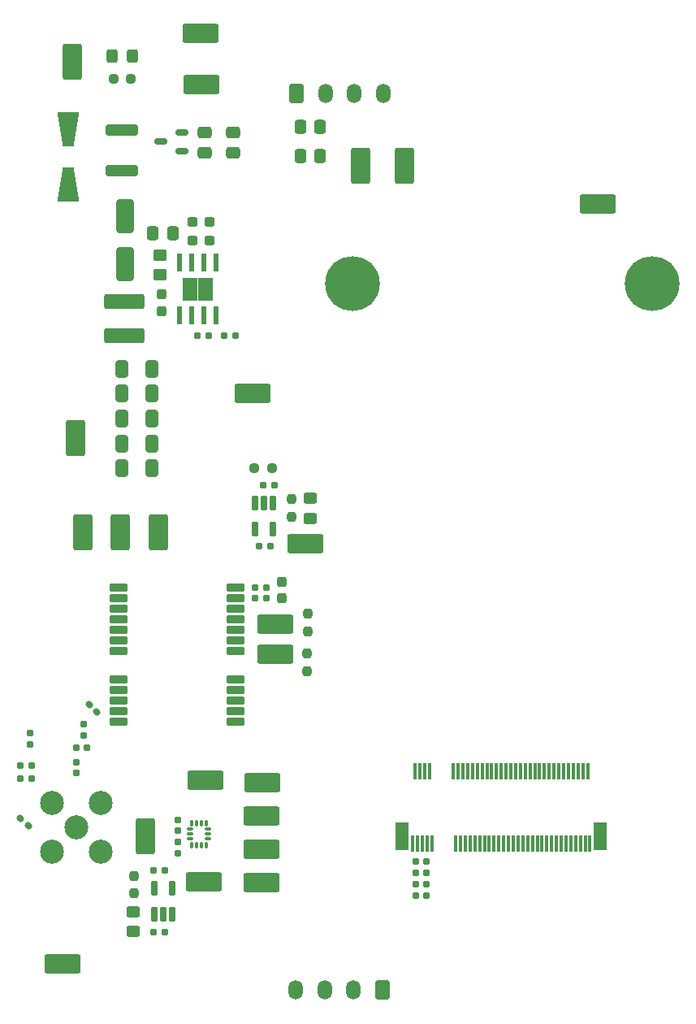
<source format=gbr>
%TF.GenerationSoftware,KiCad,Pcbnew,9.0.7*%
%TF.CreationDate,2026-02-10T22:30:16-08:00*%
%TF.ProjectId,SMU V1,534d5520-5631-42e6-9b69-6361645f7063,rev?*%
%TF.SameCoordinates,Original*%
%TF.FileFunction,Soldermask,Top*%
%TF.FilePolarity,Negative*%
%FSLAX46Y46*%
G04 Gerber Fmt 4.6, Leading zero omitted, Abs format (unit mm)*
G04 Created by KiCad (PCBNEW 9.0.7) date 2026-02-10 22:30:16*
%MOMM*%
%LPD*%
G01*
G04 APERTURE LIST*
G04 Aperture macros list*
%AMRoundRect*
0 Rectangle with rounded corners*
0 $1 Rounding radius*
0 $2 $3 $4 $5 $6 $7 $8 $9 X,Y pos of 4 corners*
0 Add a 4 corners polygon primitive as box body*
4,1,4,$2,$3,$4,$5,$6,$7,$8,$9,$2,$3,0*
0 Add four circle primitives for the rounded corners*
1,1,$1+$1,$2,$3*
1,1,$1+$1,$4,$5*
1,1,$1+$1,$6,$7*
1,1,$1+$1,$8,$9*
0 Add four rect primitives between the rounded corners*
20,1,$1+$1,$2,$3,$4,$5,0*
20,1,$1+$1,$4,$5,$6,$7,0*
20,1,$1+$1,$6,$7,$8,$9,0*
20,1,$1+$1,$8,$9,$2,$3,0*%
%AMOutline4P*
0 Free polygon, 4 corners , with rotation*
0 The origin of the aperture is its center*
0 number of corners: always 4*
0 $1 to $8 corner X, Y*
0 $9 Rotation angle, in degrees counterclockwise*
0 create outline with 4 corners*
4,1,4,$1,$2,$3,$4,$5,$6,$7,$8,$1,$2,$9*%
G04 Aperture macros list end*
%ADD10RoundRect,0.250000X1.650000X0.750000X-1.650000X0.750000X-1.650000X-0.750000X1.650000X-0.750000X0*%
%ADD11RoundRect,0.250000X-1.650000X-0.750000X1.650000X-0.750000X1.650000X0.750000X-1.650000X0.750000X0*%
%ADD12RoundRect,0.250000X0.450000X-0.325000X0.450000X0.325000X-0.450000X0.325000X-0.450000X-0.325000X0*%
%ADD13RoundRect,0.237500X-0.237500X0.250000X-0.237500X-0.250000X0.237500X-0.250000X0.237500X0.250000X0*%
%ADD14RoundRect,0.250000X0.750000X-1.650000X0.750000X1.650000X-0.750000X1.650000X-0.750000X-1.650000X0*%
%ADD15RoundRect,0.250000X-0.750000X1.650000X-0.750000X-1.650000X0.750000X-1.650000X0.750000X1.650000X0*%
%ADD16RoundRect,0.155000X-0.212500X-0.155000X0.212500X-0.155000X0.212500X0.155000X-0.212500X0.155000X0*%
%ADD17RoundRect,0.250000X-0.325000X-0.450000X0.325000X-0.450000X0.325000X0.450000X-0.325000X0.450000X0*%
%ADD18RoundRect,0.250000X0.337500X0.475000X-0.337500X0.475000X-0.337500X-0.475000X0.337500X-0.475000X0*%
%ADD19RoundRect,0.237500X0.237500X-0.250000X0.237500X0.250000X-0.237500X0.250000X-0.237500X-0.250000X0*%
%ADD20Outline4P,-1.800000X-1.150000X1.800000X-0.550000X1.800000X0.550000X-1.800000X1.150000X90.000000*%
%ADD21Outline4P,-1.800000X-1.150000X1.800000X-0.550000X1.800000X0.550000X-1.800000X1.150000X270.000000*%
%ADD22RoundRect,0.237500X-0.300000X-0.237500X0.300000X-0.237500X0.300000X0.237500X-0.300000X0.237500X0*%
%ADD23RoundRect,0.250000X-0.450000X0.350000X-0.450000X-0.350000X0.450000X-0.350000X0.450000X0.350000X0*%
%ADD24RoundRect,0.250000X-1.450000X0.312500X-1.450000X-0.312500X1.450000X-0.312500X1.450000X0.312500X0*%
%ADD25RoundRect,0.155000X0.259862X-0.040659X-0.040659X0.259862X-0.259862X0.040659X0.040659X-0.259862X0*%
%ADD26RoundRect,0.155000X0.155000X-0.212500X0.155000X0.212500X-0.155000X0.212500X-0.155000X-0.212500X0*%
%ADD27RoundRect,0.155000X0.212500X0.155000X-0.212500X0.155000X-0.212500X-0.155000X0.212500X-0.155000X0*%
%ADD28RoundRect,0.240000X-1.860000X-0.560000X1.860000X-0.560000X1.860000X0.560000X-1.860000X0.560000X0*%
%ADD29RoundRect,0.160000X0.197500X0.160000X-0.197500X0.160000X-0.197500X-0.160000X0.197500X-0.160000X0*%
%ADD30RoundRect,0.160000X-0.160000X0.197500X-0.160000X-0.197500X0.160000X-0.197500X0.160000X0.197500X0*%
%ADD31O,1.500000X2.020000*%
%ADD32RoundRect,0.250001X-0.499999X-0.759999X0.499999X-0.759999X0.499999X0.759999X-0.499999X0.759999X0*%
%ADD33RoundRect,0.155000X-0.155000X0.212500X-0.155000X-0.212500X0.155000X-0.212500X0.155000X0.212500X0*%
%ADD34RoundRect,0.237500X0.237500X-0.300000X0.237500X0.300000X-0.237500X0.300000X-0.237500X-0.300000X0*%
%ADD35RoundRect,0.250000X-0.475000X0.337500X-0.475000X-0.337500X0.475000X-0.337500X0.475000X0.337500X0*%
%ADD36C,2.502000*%
%ADD37RoundRect,0.250000X-0.412500X-0.650000X0.412500X-0.650000X0.412500X0.650000X-0.412500X0.650000X0*%
%ADD38RoundRect,0.162500X0.162500X-0.617500X0.162500X0.617500X-0.162500X0.617500X-0.162500X-0.617500X0*%
%ADD39RoundRect,0.250000X0.650000X-1.500000X0.650000X1.500000X-0.650000X1.500000X-0.650000X-1.500000X0*%
%ADD40RoundRect,0.237500X-0.250000X-0.237500X0.250000X-0.237500X0.250000X0.237500X-0.250000X0.237500X0*%
%ADD41RoundRect,0.135000X-0.815000X-0.315000X0.815000X-0.315000X0.815000X0.315000X-0.815000X0.315000X0*%
%ADD42RoundRect,0.162500X-0.162500X0.617500X-0.162500X-0.617500X0.162500X-0.617500X0.162500X0.617500X0*%
%ADD43RoundRect,0.160000X0.270468X-0.044194X-0.044194X0.270468X-0.270468X0.044194X0.044194X-0.270468X0*%
%ADD44RoundRect,0.250000X-0.337500X-0.475000X0.337500X-0.475000X0.337500X0.475000X-0.337500X0.475000X0*%
%ADD45RoundRect,0.237500X0.250000X0.237500X-0.250000X0.237500X-0.250000X-0.237500X0.250000X-0.237500X0*%
%ADD46RoundRect,0.150000X0.512500X0.150000X-0.512500X0.150000X-0.512500X-0.150000X0.512500X-0.150000X0*%
%ADD47R,1.550000X1.205000*%
%ADD48R,0.610000X1.910000*%
%ADD49RoundRect,0.250001X0.499999X0.759999X-0.499999X0.759999X-0.499999X-0.759999X0.499999X-0.759999X0*%
%ADD50RoundRect,0.102000X0.600000X1.375000X-0.600000X1.375000X-0.600000X-1.375000X0.600000X-1.375000X0*%
%ADD51C,5.702000*%
%ADD52RoundRect,0.051000X0.150000X0.775000X-0.150000X0.775000X-0.150000X-0.775000X0.150000X-0.775000X0*%
%ADD53RoundRect,0.087500X-0.087500X0.225000X-0.087500X-0.225000X0.087500X-0.225000X0.087500X0.225000X0*%
%ADD54RoundRect,0.087500X-0.225000X0.087500X-0.225000X-0.087500X0.225000X-0.087500X0.225000X0.087500X0*%
G04 APERTURE END LIST*
D10*
%TO.C,TP607*%
X66420000Y-124783334D03*
%TD*%
D11*
%TO.C,TP308*%
X65450000Y-77310001D03*
%TD*%
D12*
%TO.C,D801*%
X53032499Y-131275001D03*
X53032499Y-133324999D03*
%TD*%
D13*
%TO.C,R202*%
X71230000Y-102042500D03*
X71230000Y-100217500D03*
%TD*%
D14*
%TO.C,TP601*%
X54320000Y-123413334D03*
%TD*%
D10*
%TO.C,TP605*%
X66460000Y-117856666D03*
%TD*%
D15*
%TO.C,TP303*%
X47040000Y-81920000D03*
%TD*%
D16*
%TO.C,C802*%
X56289999Y-126990000D03*
X55154999Y-126990000D03*
%TD*%
D17*
%TO.C,D1101*%
X52895000Y-42110000D03*
X50845000Y-42110000D03*
%TD*%
D18*
%TO.C,C903*%
X55072500Y-60605002D03*
X57147500Y-60605002D03*
%TD*%
D19*
%TO.C,R701*%
X69527501Y-88314999D03*
X69527501Y-90139999D03*
%TD*%
D20*
%TO.C,TVS1101*%
X46250000Y-55520000D03*
D21*
X46250000Y-49720000D03*
%TD*%
D22*
%TO.C,C902*%
X60935002Y-61335000D03*
X59210000Y-61335000D03*
%TD*%
D14*
%TO.C,TP503*%
X47720000Y-91770000D03*
%TD*%
D23*
%TO.C,R901*%
X55800000Y-64905000D03*
X55800000Y-62905000D03*
%TD*%
D24*
%TO.C,F1101*%
X51830000Y-54085000D03*
X51830000Y-49810000D03*
%TD*%
D25*
%TO.C,C1001*%
X48438717Y-109698717D03*
X49241283Y-110501283D03*
%TD*%
D26*
%TO.C,C602*%
X57670000Y-124040834D03*
X57670000Y-125175834D03*
%TD*%
D16*
%TO.C,C801*%
X56289999Y-133400000D03*
X55154999Y-133400000D03*
%TD*%
D27*
%TO.C,C204*%
X82474996Y-126038747D03*
X83609996Y-126038747D03*
%TD*%
D28*
%TO.C,U902*%
X52120000Y-71295000D03*
X52120000Y-67695000D03*
%TD*%
D29*
%TO.C,R903*%
X62470002Y-71275000D03*
X63665002Y-71275000D03*
%TD*%
D30*
%TO.C,R1002*%
X47880000Y-112947500D03*
X47880000Y-111752500D03*
%TD*%
D11*
%TO.C,TP305*%
X45670000Y-136702499D03*
%TD*%
D22*
%TO.C,C901*%
X60935002Y-59365000D03*
X59210000Y-59365000D03*
%TD*%
D31*
%TO.C,J402*%
X79050000Y-46060000D03*
X76050000Y-46060000D03*
X73050000Y-46060000D03*
D32*
X70050000Y-46060000D03*
%TD*%
D33*
%TO.C,C601*%
X57670000Y-122838334D03*
X57670000Y-121703334D03*
%TD*%
D10*
%TO.C,TP604*%
X66420000Y-128246665D03*
%TD*%
D14*
%TO.C,TP504*%
X51670000Y-91770000D03*
%TD*%
D34*
%TO.C,C904*%
X55970000Y-66962499D03*
X55970000Y-68687501D03*
%TD*%
D14*
%TO.C,TP206*%
X76740000Y-53590000D03*
%TD*%
D35*
%TO.C,C402*%
X60420001Y-52175000D03*
X60420001Y-50100000D03*
%TD*%
D16*
%TO.C,C1002*%
X42397500Y-116069999D03*
X41262500Y-116069999D03*
%TD*%
%TO.C,C1003*%
X42397500Y-117370000D03*
X41262500Y-117370000D03*
%TD*%
D35*
%TO.C,C401*%
X63430000Y-52175000D03*
X63430000Y-50100000D03*
%TD*%
D27*
%TO.C,C201*%
X82474996Y-129552500D03*
X83609996Y-129552500D03*
%TD*%
D36*
%TO.C,J1001*%
X49630000Y-125050000D03*
X49630000Y-119970000D03*
X44550000Y-125050000D03*
X44550000Y-119970000D03*
X47090000Y-122510000D03*
%TD*%
D27*
%TO.C,C202*%
X82474999Y-128381250D03*
X83609999Y-128381250D03*
%TD*%
D13*
%TO.C,R801*%
X53132499Y-129362500D03*
X53132499Y-127537500D03*
%TD*%
D37*
%TO.C,C907*%
X54962500Y-79895000D03*
X51837500Y-79895000D03*
%TD*%
D19*
%TO.C,R201*%
X71120000Y-104397500D03*
X71120000Y-106222500D03*
%TD*%
D38*
%TO.C,U801*%
X55172500Y-128810000D03*
X57072500Y-128810000D03*
X57072500Y-131510000D03*
X56122500Y-131510000D03*
X55172500Y-131510000D03*
%TD*%
D39*
%TO.C,D901*%
X52160000Y-58792500D03*
X52160000Y-63792500D03*
%TD*%
D10*
%TO.C,TP302*%
X60130000Y-45060000D03*
%TD*%
D40*
%TO.C,R1101*%
X52772500Y-44490000D03*
X50947500Y-44490000D03*
%TD*%
D34*
%TO.C,C503*%
X68500000Y-96884997D03*
X68500000Y-98609999D03*
%TD*%
D11*
%TO.C,TP502*%
X67870000Y-104460000D03*
%TD*%
D41*
%TO.C,GPS501*%
X63710000Y-97509999D03*
X63709999Y-98609999D03*
X63710000Y-99709999D03*
X63709999Y-100809999D03*
X63710000Y-101909999D03*
X63710000Y-103009999D03*
X63710000Y-104109999D03*
X63710000Y-107109999D03*
X63709999Y-108209999D03*
X63710000Y-109309999D03*
X63709999Y-110409999D03*
X63710000Y-111509999D03*
X51510000Y-111509999D03*
X51510001Y-110409999D03*
X51510000Y-109309999D03*
X51510001Y-108209999D03*
X51510000Y-107109999D03*
X51510000Y-104109999D03*
X51510000Y-103009999D03*
X51510000Y-101909999D03*
X51510001Y-100809999D03*
X51510000Y-99709999D03*
X51510001Y-98609999D03*
X51510000Y-97509999D03*
%TD*%
D42*
%TO.C,U701*%
X67577500Y-91427499D03*
X65677500Y-91427499D03*
X65677500Y-88727499D03*
X66627500Y-88727499D03*
X67577500Y-88727499D03*
%TD*%
D43*
%TO.C,L1001*%
X41285181Y-121532680D03*
X42094819Y-122342318D03*
%TD*%
D44*
%TO.C,C403*%
X72487500Y-49510000D03*
X70412500Y-49510000D03*
%TD*%
D14*
%TO.C,TP505*%
X55620000Y-91770000D03*
%TD*%
%TO.C,TP205*%
X81330000Y-53590000D03*
%TD*%
D12*
%TO.C,D701*%
X71507501Y-88230000D03*
X71507501Y-90279998D03*
%TD*%
D45*
%TO.C,R102*%
X65647500Y-85092499D03*
X67472500Y-85092499D03*
%TD*%
D11*
%TO.C,TP501*%
X67870000Y-101310000D03*
%TD*%
D27*
%TO.C,C203*%
X82474996Y-127209998D03*
X83609996Y-127209998D03*
%TD*%
D10*
%TO.C,TP301*%
X60050000Y-39780000D03*
%TD*%
%TO.C,TP606*%
X66420000Y-121320000D03*
%TD*%
D27*
%TO.C,C701*%
X66600000Y-86877500D03*
X67735000Y-86877500D03*
%TD*%
D46*
%TO.C,Q1101*%
X55852500Y-51060000D03*
X58127500Y-50110001D03*
X58127500Y-52009999D03*
%TD*%
D37*
%TO.C,C909*%
X54962501Y-85065000D03*
X51837501Y-85065000D03*
%TD*%
D26*
%TO.C,C502*%
X66930000Y-97474999D03*
X66930000Y-98609999D03*
%TD*%
D33*
%TO.C,C1005*%
X47090000Y-116837500D03*
X47090000Y-115702500D03*
%TD*%
D10*
%TO.C,TP506*%
X70937500Y-92964999D03*
%TD*%
D26*
%TO.C,C501*%
X65750000Y-97474999D03*
X65750000Y-98609999D03*
%TD*%
D37*
%TO.C,C905*%
X54962500Y-74725001D03*
X51837500Y-74725001D03*
%TD*%
D14*
%TO.C,TP307*%
X46690000Y-42750000D03*
%TD*%
D47*
%TO.C,U901*%
X60520000Y-65800000D03*
X58970000Y-65800000D03*
X60520000Y-67005000D03*
X58970000Y-67005000D03*
D48*
X57840000Y-63622500D03*
X59110000Y-63622500D03*
X60380000Y-63622500D03*
X61650000Y-63622500D03*
X61650000Y-69182500D03*
X60380000Y-69182500D03*
X59110000Y-69182500D03*
X57840000Y-69182500D03*
%TD*%
D27*
%TO.C,C702*%
X66160000Y-93177499D03*
X67295000Y-93177499D03*
%TD*%
D11*
%TO.C,TP306*%
X101400000Y-57570000D03*
%TD*%
%TO.C,TP603*%
X60520000Y-117583334D03*
%TD*%
D37*
%TO.C,C908*%
X54962500Y-82480000D03*
X51837500Y-82480000D03*
%TD*%
D29*
%TO.C,R902*%
X59670001Y-71275000D03*
X60865001Y-71275000D03*
%TD*%
D10*
%TO.C,TP602*%
X60410000Y-128166666D03*
%TD*%
D16*
%TO.C,C1004*%
X48225000Y-114220000D03*
X47090000Y-114220000D03*
%TD*%
D44*
%TO.C,C404*%
X72487500Y-52520000D03*
X70412500Y-52520000D03*
%TD*%
D37*
%TO.C,C906*%
X54962500Y-77310001D03*
X51837500Y-77310001D03*
%TD*%
D31*
%TO.C,J401*%
X69980000Y-139420000D03*
X72980000Y-139420000D03*
X75980000Y-139420000D03*
D49*
X78980000Y-139420000D03*
%TD*%
D30*
%TO.C,R1001*%
X42240000Y-113837500D03*
X42240000Y-112642500D03*
%TD*%
D50*
%TO.C,MCU201*%
X81035000Y-123410000D03*
X101735000Y-123410000D03*
D51*
X75905000Y-65860000D03*
X107115000Y-65860000D03*
D52*
X82135000Y-124185000D03*
X82385000Y-116635000D03*
X82635000Y-124185000D03*
X82885000Y-116635000D03*
X83135000Y-124185000D03*
X83385000Y-116635000D03*
X83635000Y-124185000D03*
X83885000Y-116635000D03*
X84135000Y-124185000D03*
X86385000Y-116635000D03*
X86635000Y-124185000D03*
X86885000Y-116635000D03*
X87135000Y-124185000D03*
X87385000Y-116635000D03*
X87635000Y-124185000D03*
X87885000Y-116635000D03*
X88135000Y-124185000D03*
X88385000Y-116635000D03*
X88635000Y-124185000D03*
X88885000Y-116635000D03*
X89135000Y-124185000D03*
X89385000Y-116635000D03*
X89635000Y-124185000D03*
X89885000Y-116635000D03*
X90135000Y-124185000D03*
X90385000Y-116635000D03*
X90635000Y-124185000D03*
X90885000Y-116635000D03*
X91135000Y-124185000D03*
X91385000Y-116635000D03*
X91635000Y-124185000D03*
X91885000Y-116635000D03*
X92135000Y-124185000D03*
X92385000Y-116635000D03*
X92635000Y-124185000D03*
X92885000Y-116635000D03*
X93135000Y-124185000D03*
X93385000Y-116635000D03*
X93635000Y-124185000D03*
X93885000Y-116635000D03*
X94135000Y-124185000D03*
X94385000Y-116635000D03*
X94635000Y-124185000D03*
X94885000Y-116635000D03*
X95135000Y-124185000D03*
X95385000Y-116635000D03*
X95635000Y-124185000D03*
X95885000Y-116635000D03*
X96135000Y-124185000D03*
X96385000Y-116635000D03*
X96635000Y-124185000D03*
X96885000Y-116635000D03*
X97135000Y-124185000D03*
X97385000Y-116635000D03*
X97635000Y-124185000D03*
X97885000Y-116635000D03*
X98135000Y-124185000D03*
X98385000Y-116635000D03*
X98635000Y-124185000D03*
X98885000Y-116635000D03*
X99135000Y-124185000D03*
X99385000Y-116635000D03*
X99635000Y-124185000D03*
X99885000Y-116635000D03*
X100135000Y-124185000D03*
X100385000Y-116635000D03*
X100635000Y-124185000D03*
%TD*%
D53*
%TO.C,U601*%
X60607500Y-122028329D03*
X60107500Y-122028330D03*
X59607500Y-122028330D03*
X59107500Y-122028329D03*
D54*
X58945000Y-122690831D03*
X58945000Y-123190830D03*
X58945000Y-123690829D03*
D53*
X59107500Y-124353331D03*
X59607500Y-124353330D03*
X60107500Y-124353330D03*
X60607500Y-124353331D03*
D54*
X60770000Y-123690829D03*
X60770000Y-123190830D03*
X60770000Y-122690831D03*
%TD*%
M02*

</source>
